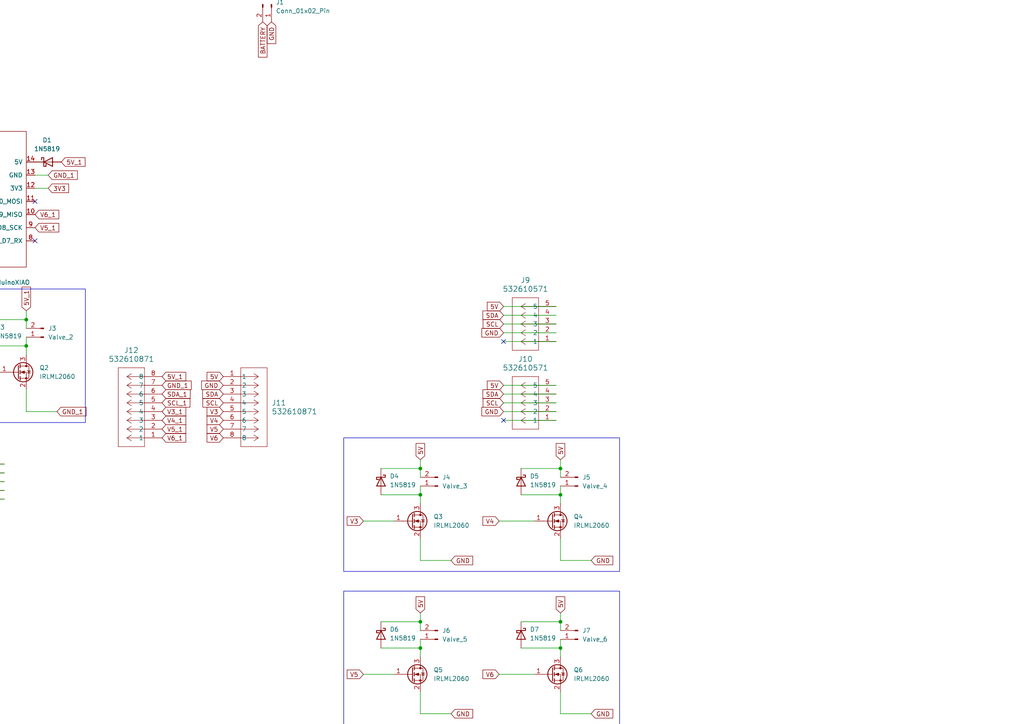
<source format=kicad_sch>
(kicad_sch (version 20250114) (generator "eeschema") (generator_version "9.0")
  (paper "A4")
  (lib_symbols
    (symbol "Connector:532610871" (pin_names (offset 0.254))
      (property "Reference" "J" (at 8.89 6.35 0))
      (property "Value" "532610871" (at 0 0 0))
      (symbol "532610871_1_1"
        (polyline (pts (xy 5.08 2.54) (xy 5.08 -20.32)) (stroke (width 0.127)))
        (polyline (pts (xy 5.08 -20.32) (xy 12.7 -20.32)) (stroke (width 0.127)))
        (polyline (pts (xy 10.16 0) (xy 5.08 0)) (stroke (width 0.127)))
        (polyline (pts (xy 10.16 0) (xy 8.89 0.8467)) (stroke (width 0.127)))
        (polyline (pts (xy 10.16 0) (xy 8.89 -0.8467)) (stroke (width 0.127)))
        (polyline (pts (xy 10.16 -2.54) (xy 5.08 -2.54)) (stroke (width 0.127)))
        (polyline (pts (xy 10.16 -2.54) (xy 8.89 -1.6933)) (stroke (width 0.127)))
        (polyline (pts (xy 10.16 -2.54) (xy 8.89 -3.3867)) (stroke (width 0.127)))
        (polyline (pts (xy 10.16 -5.08) (xy 5.08 -5.08)) (stroke (width 0.127)))
        (polyline (pts (xy 10.16 -5.08) (xy 8.89 -4.2333)) (stroke (width 0.127)))
        (polyline (pts (xy 10.16 -5.08) (xy 8.89 -5.9267)) (stroke (width 0.127)))
        (polyline (pts (xy 10.16 -7.62) (xy 5.08 -7.62)) (stroke (width 0.127)))
        (polyline (pts (xy 10.16 -7.62) (xy 8.89 -6.7733)) (stroke (width 0.127)))
        (polyline (pts (xy 10.16 -7.62) (xy 8.89 -8.4667)) (stroke (width 0.127)))
        (polyline (pts (xy 10.16 -10.16) (xy 5.08 -10.16)) (stroke (width 0.127)))
        (polyline (pts (xy 10.16 -10.16) (xy 8.89 -9.3133)) (stroke (width 0.127)))
        (polyline (pts (xy 10.16 -10.16) (xy 8.89 -11.0067)) (stroke (width 0.127)))
        (polyline (pts (xy 10.16 -12.7) (xy 5.08 -12.7)) (stroke (width 0.127)))
        (polyline (pts (xy 10.16 -12.7) (xy 8.89 -11.8533)) (stroke (width 0.127)))
        (polyline (pts (xy 10.16 -12.7) (xy 8.89 -13.5467)) (stroke (width 0.127)))
        (polyline (pts (xy 10.16 -15.24) (xy 5.08 -15.24)) (stroke (width 0.127)))
        (polyline (pts (xy 10.16 -15.24) (xy 8.89 -14.3933)) (stroke (width 0.127)))
        (polyline (pts (xy 10.16 -15.24) (xy 8.89 -16.0867)) (stroke (width 0.127)))
        (polyline (pts (xy 10.16 -17.78) (xy 5.08 -17.78)) (stroke (width 0.127)))
        (polyline (pts (xy 10.16 -17.78) (xy 8.89 -16.9333)) (stroke (width 0.127)))
        (polyline (pts (xy 10.16 -17.78) (xy 8.89 -18.6267)) (stroke (width 0.127)))
        (polyline (pts (xy 12.7 2.54) (xy 5.08 2.54)) (stroke (width 0.127)))
        (polyline (pts (xy 12.7 -20.32) (xy 12.7 2.54)) (stroke (width 0.127)))
        (pin unspecified line (at 0 0 0) (length 5.08) (name "1") (number "1"))
        (pin unspecified line (at 0 -2.54 0) (length 5.08) (name "2") (number "2"))
        (pin unspecified line (at 0 -5.08 0) (length 5.08) (name "3") (number "3"))
        (pin unspecified line (at 0 -7.62 0) (length 5.08) (name "4") (number "4"))
        (pin unspecified line (at 0 -10.16 0) (length 5.08) (name "5") (number "5"))
        (pin unspecified line (at 0 -12.7 0) (length 5.08) (name "6") (number "6"))
        (pin unspecified line (at 0 -15.24 0) (length 5.08) (name "7") (number "7"))
        (pin unspecified line (at 0 -17.78 0) (length 5.08) (name "8") (number "8"))
      )
      (symbol "532610871_1_2"
        (polyline (pts (xy 5.08 2.54) (xy 5.08 -20.32)) (stroke (width 0.127)))
        (polyline (pts (xy 5.08 -20.32) (xy 12.7 -20.32)) (stroke (width 0.127)))
        (polyline (pts (xy 7.62 0) (xy 5.08 0)) (stroke (width 0.127)))
        (polyline (pts (xy 7.62 0) (xy 8.89 0.8467)) (stroke (width 0.127)))
        (polyline (pts (xy 7.62 0) (xy 8.89 -0.8467)) (stroke (width 0.127)))
        (polyline (pts (xy 7.62 -2.54) (xy 5.08 -2.54)) (stroke (width 0.127)))
        (polyline (pts (xy 7.62 -2.54) (xy 8.89 -1.6933)) (stroke (width 0.127)))
        (polyline (pts (xy 7.62 -2.54) (xy 8.89 -3.3867)) (stroke (width 0.127)))
        (polyline (pts (xy 7.62 -5.08) (xy 5.08 -5.08)) (stroke (width 0.127)))
        (polyline (pts (xy 7.62 -5.08) (xy 8.89 -4.2333)) (stroke (width 0.127)))
        (polyline (pts (xy 7.62 -5.08) (xy 8.89 -5.9267)) (stroke (width 0.127)))
        (polyline (pts (xy 7.62 -7.62) (xy 5.08 -7.62)) (stroke (width 0.127)))
        (polyline (pts (xy 7.62 -7.62) (xy 8.89 -6.7733)) (stroke (width 0.127)))
        (polyline (pts (xy 7.62 -7.62) (xy 8.89 -8.4667)) (stroke (width 0.127)))
        (polyline (pts (xy 7.62 -10.16) (xy 5.08 -10.16)) (stroke (width 0.127)))
        (polyline (pts (xy 7.62 -10.16) (xy 8.89 -9.3133)) (stroke (width 0.127)))
        (polyline (pts (xy 7.62 -10.16) (xy 8.89 -11.0067)) (stroke (width 0.127)))
        (polyline (pts (xy 7.62 -12.7) (xy 5.08 -12.7)) (stroke (width 0.127)))
        (polyline (pts (xy 7.62 -12.7) (xy 8.89 -11.8533)) (stroke (width 0.127)))
        (polyline (pts (xy 7.62 -12.7) (xy 8.89 -13.5467)) (stroke (width 0.127)))
        (polyline (pts (xy 7.62 -15.24) (xy 5.08 -15.24)) (stroke (width 0.127)))
        (polyline (pts (xy 7.62 -15.24) (xy 8.89 -14.3933)) (stroke (width 0.127)))
        (polyline (pts (xy 7.62 -15.24) (xy 8.89 -16.0867)) (stroke (width 0.127)))
        (polyline (pts (xy 7.62 -17.78) (xy 5.08 -17.78)) (stroke (width 0.127)))
        (polyline (pts (xy 7.62 -17.78) (xy 8.89 -16.9333)) (stroke (width 0.127)))
        (polyline (pts (xy 7.62 -17.78) (xy 8.89 -18.6267)) (stroke (width 0.127)))
        (polyline (pts (xy 12.7 2.54) (xy 5.08 2.54)) (stroke (width 0.127)))
        (polyline (pts (xy 12.7 -20.32) (xy 12.7 2.54)) (stroke (width 0.127)))
        (pin unspecified line (at 0 0 0) (length 5.08) (name "1") (number "1"))
        (pin unspecified line (at 0 -2.54 0) (length 5.08) (name "2") (number "2"))
        (pin unspecified line (at 0 -5.08 0) (length 5.08) (name "3") (number "3"))
        (pin unspecified line (at 0 -7.62 0) (length 5.08) (name "4") (number "4"))
        (pin unspecified line (at 0 -10.16 0) (length 5.08) (name "5") (number "5"))
        (pin unspecified line (at 0 -12.7 0) (length 5.08) (name "6") (number "6"))
        (pin unspecified line (at 0 -15.24 0) (length 5.08) (name "7") (number "7"))
        (pin unspecified line (at 0 -17.78 0) (length 5.08) (name "8") (number "8"))
      )
    )
    (symbol "Connector:Conn_01x02_Pin" (pin_names (offset 1.016) (hide yes))
      (property "Reference" "J" (at 0 2.54 0))
      (property "Value" "Conn_01x02_Pin" (at 0 -5.08 0))
      (symbol "Conn_01x02_Pin_1_1"
        (rectangle (start 0.8636 0.127) (end 0 -0.127) (stroke (width 0.1524)) (fill (type outline)))
        (rectangle (start 0.8636 -2.413) (end 0 -2.667) (stroke (width 0.1524)) (fill (type outline)))
        (polyline (pts (xy 1.27 0) (xy 0.8636 0)) (stroke (width 0.1524)))
        (polyline (pts (xy 1.27 -2.54) (xy 0.8636 -2.54)) (stroke (width 0.1524)))
        (pin passive line (at 5.08 0 180) (length 3.81) (name "Pin_1") (number "1"))
        (pin passive line (at 5.08 -2.54 180) (length 3.81) (name "Pin_2") (number "2"))
      )
    )
    (symbol "Device:R" (pin_numbers (hide yes)) (pin_names (offset 0))
      (property "Reference" "R" (at 2.032 0 90))
      (property "Value" "R" (at 0 0 90))
      (symbol "R_0_1"
        (rectangle (start -1.016 -2.54) (end 1.016 2.54) (stroke (width 0.254)))
      )
      (symbol "R_1_1"
        (pin passive line (at 0 3.81 270) (length 1.27) (name "~") (number "1"))
        (pin passive line (at 0 -3.81 90) (length 1.27) (name "~") (number "2"))
      )
    )
    (symbol "Diode:1N5819" (pin_numbers (hide yes)) (pin_names (offset 1.016) (hide yes))
      (property "Reference" "D" (at 0 2.54 0))
      (property "Value" "1N5819" (at 0 -2.54 0))
      (symbol "1N5819_0_1"
        (polyline (pts (xy -1.905 0.635) (xy -1.905 1.27) (xy -1.27 1.27) (xy -1.27 -1.27) (xy -0.635 -1.27) (xy -0.635 -0.635)) (stroke (width 0.254)))
        (polyline (pts (xy 1.27 1.27) (xy 1.27 -1.27) (xy -1.27 0) (xy 1.27 1.27)) (stroke (width 0.254)))
        (polyline (pts (xy 1.27 0) (xy -1.27 0)))
      )
      (symbol "1N5819_1_1"
        (pin passive line (at -3.81 0 0) (length 2.54) (name "K") (number "1"))
        (pin passive line (at 3.81 0 180) (length 2.54) (name "A") (number "2"))
      )
    )
    (symbol "Driver_Haptic:532610571" (pin_names (offset 0.254))
      (property "Reference" "J" (at 8.89 6.35 0))
      (property "Value" "532610571" (at 0 0 0))
      (symbol "532610571_1_1"
        (polyline (pts (xy 5.08 2.54) (xy 5.08 -12.7)) (stroke (width 0.127)))
        (polyline (pts (xy 5.08 -12.7) (xy 12.7 -12.7)) (stroke (width 0.127)))
        (polyline (pts (xy 10.16 0) (xy 5.08 0)) (stroke (width 0.127)))
        (polyline (pts (xy 10.16 0) (xy 8.89 0.8467)) (stroke (width 0.127)))
        (polyline (pts (xy 10.16 0) (xy 8.89 -0.8467)) (stroke (width 0.127)))
        (polyline (pts (xy 10.16 -2.54) (xy 5.08 -2.54)) (stroke (width 0.127)))
        (polyline (pts (xy 10.16 -2.54) (xy 8.89 -1.6933)) (stroke (width 0.127)))
        (polyline (pts (xy 10.16 -2.54) (xy 8.89 -3.3867)) (stroke (width 0.127)))
        (polyline (pts (xy 10.16 -5.08) (xy 5.08 -5.08)) (stroke (width 0.127)))
        (polyline (pts (xy 10.16 -5.08) (xy 8.89 -4.2333)) (stroke (width 0.127)))
        (polyline (pts (xy 10.16 -5.08) (xy 8.89 -5.9267)) (stroke (width 0.127)))
        (polyline (pts (xy 10.16 -7.62) (xy 5.08 -7.62)) (stroke (width 0.127)))
        (polyline (pts (xy 10.16 -7.62) (xy 8.89 -6.7733)) (stroke (width 0.127)))
        (polyline (pts (xy 10.16 -7.62) (xy 8.89 -8.4667)) (stroke (width 0.127)))
        (polyline (pts (xy 10.16 -10.16) (xy 5.08 -10.16)) (stroke (width 0.127)))
        (polyline (pts (xy 10.16 -10.16) (xy 8.89 -9.3133)) (stroke (width 0.127)))
        (polyline (pts (xy 10.16 -10.16) (xy 8.89 -11.0067)) (stroke (width 0.127)))
        (polyline (pts (xy 12.7 2.54) (xy 5.08 2.54)) (stroke (width 0.127)))
        (polyline (pts (xy 12.7 -12.7) (xy 12.7 2.54)) (stroke (width 0.127)))
        (pin unspecified line (at 0 0 0) (length 5.08) (name "1") (number "1"))
        (pin unspecified line (at 0 -2.54 0) (length 5.08) (name "2") (number "2"))
        (pin unspecified line (at 0 -5.08 0) (length 5.08) (name "3") (number "3"))
        (pin unspecified line (at 0 -7.62 0) (length 5.08) (name "4") (number "4"))
        (pin unspecified line (at 0 -10.16 0) (length 5.08) (name "5") (number "5"))
      )
      (symbol "532610571_1_2"
        (polyline (pts (xy 5.08 2.54) (xy 5.08 -12.7)) (stroke (width 0.127)))
        (polyline (pts (xy 5.08 -12.7) (xy 12.7 -12.7)) (stroke (width 0.127)))
        (polyline (pts (xy 7.62 0) (xy 5.08 0)) (stroke (width 0.127)))
        (polyline (pts (xy 7.62 0) (xy 8.89 0.8467)) (stroke (width 0.127)))
        (polyline (pts (xy 7.62 0) (xy 8.89 -0.8467)) (stroke (width 0.127)))
        (polyline (pts (xy 7.62 -2.54) (xy 5.08 -2.54)) (stroke (width 0.127)))
        (polyline (pts (xy 7.62 -2.54) (xy 8.89 -1.6933)) (stroke (width 0.127)))
        (polyline (pts (xy 7.62 -2.54) (xy 8.89 -3.3867)) (stroke (width 0.127)))
        (polyline (pts (xy 7.62 -5.08) (xy 5.08 -5.08)) (stroke (width 0.127)))
        (polyline (pts (xy 7.62 -5.08) (xy 8.89 -4.2333)) (stroke (width 0.127)))
        (polyline (pts (xy 7.62 -5.08) (xy 8.89 -5.9267)) (stroke (width 0.127)))
        (polyline (pts (xy 7.62 -7.62) (xy 5.08 -7.62)) (stroke (width 0.127)))
        (polyline (pts (xy 7.62 -7.62) (xy 8.89 -6.7733)) (stroke (width 0.127)))
        (polyline (pts (xy 7.62 -7.62) (xy 8.89 -8.4667)) (stroke (width 0.127)))
        (polyline (pts (xy 7.62 -10.16) (xy 5.08 -10.16)) (stroke (width 0.127)))
        (polyline (pts (xy 7.62 -10.16) (xy 8.89 -9.3133)) (stroke (width 0.127)))
        (polyline (pts (xy 7.62 -10.16) (xy 8.89 -11.0067)) (stroke (width 0.127)))
        (polyline (pts (xy 12.7 2.54) (xy 5.08 2.54)) (stroke (width 0.127)))
        (polyline (pts (xy 12.7 -12.7) (xy 12.7 2.54)) (stroke (width 0.127)))
        (pin unspecified line (at 0 0 0) (length 5.08) (name "1") (number "1"))
        (pin unspecified line (at 0 -2.54 0) (length 5.08) (name "2") (number "2"))
        (pin unspecified line (at 0 -5.08 0) (length 5.08) (name "3") (number "3"))
        (pin unspecified line (at 0 -7.62 0) (length 5.08) (name "4") (number "4"))
        (pin unspecified line (at 0 -10.16 0) (length 5.08) (name "5") (number "5"))
      )
    )
    (symbol "Transistor_FET:IRLML2060" (pin_names (hide yes))
      (property "Reference" "Q" (at 5.08 1.905 0))
      (property "Value" "IRLML2060" (at 5.08 0 0))
      (symbol "IRLML2060_0_1"
        (polyline (pts (xy 0.254 1.905) (xy 0.254 -1.905)) (stroke (width 0.254)))
        (polyline (pts (xy 0.254 0) (xy -2.54 0)))
        (polyline (pts (xy 0.762 2.286) (xy 0.762 1.27)) (stroke (width 0.254)))
        (polyline (pts (xy 0.762 0.508) (xy 0.762 -0.508)) (stroke (width 0.254)))
        (polyline (pts (xy 0.762 -1.27) (xy 0.762 -2.286)) (stroke (width 0.254)))
        (polyline (pts (xy 0.762 -1.778) (xy 3.302 -1.778) (xy 3.302 1.778) (xy 0.762 1.778)))
        (polyline (pts (xy 1.016 0) (xy 2.032 0.381) (xy 2.032 -0.381) (xy 1.016 0)) (fill (type outline)))
        (circle (center 1.651 0) (radius 2.794) (stroke (width 0.254)))
        (polyline (pts (xy 2.54 2.54) (xy 2.54 1.778)))
        (circle (center 2.54 1.778) (radius 0.254) (fill (type outline)))
        (circle (center 2.54 -1.778) (radius 0.254) (fill (type outline)))
        (polyline (pts (xy 2.54 -2.54) (xy 2.54 0) (xy 0.762 0)))
        (polyline (pts (xy 2.794 0.508) (xy 2.921 0.381) (xy 3.683 0.381) (xy 3.81 0.254)))
        (polyline (pts (xy 3.302 0.381) (xy 2.921 -0.254) (xy 3.683 -0.254) (xy 3.302 0.381)))
      )
      (symbol "IRLML2060_1_1"
        (pin input line (at -5.08 0 0) (length 2.54) (name "G") (number "1"))
        (pin passive line (at 2.54 5.08 270) (length 2.54) (name "D") (number "3"))
        (pin passive line (at 2.54 -5.08 90) (length 2.54) (name "S") (number "2"))
      )
    )
    (symbol "Xiao:SeeeduinoXIAO" (pin_names (offset 1.016))
      (property "Reference" "U" (at -19.05 22.86 0))
      (property "Value" "SeeeduinoXIAO" (at -12.7 21.59 0))
      (symbol "SeeeduinoXIAO_0_1"
        (rectangle (start -19.05 20.32) (end 17.78 -19.05))
      )
      (symbol "SeeeduinoXIAO_1_1"
        (pin unspecified line (at -21.59 11.43 0) (length 2.54) (name "PA02_A0_D0") (number "1"))
        (pin unspecified line (at -21.59 7.62 0) (length 2.54) (name "PA4_A1_D1") (number "2"))
        (pin unspecified line (at -21.59 3.81 0) (length 2.54) (name "PA10_A2_D2") (number "3"))
        (pin unspecified line (at -21.59 0 0) (length 2.54) (name "PA11_A3_D3") (number "4"))
        (pin unspecified line (at -21.59 -3.81 0) (length 2.54) (name "PA8_A4_D4_SDA") (number "5"))
        (pin unspecified line (at -21.59 -7.62 0) (length 2.54) (name "PA9_A5_D5_SCL") (number "6"))
        (pin unspecified line (at -21.59 -11.43 0) (length 2.54) (name "PB08_A6_D6_TX") (number "7"))
        (pin input line (at -5.08 22.86 270) (length 2.54) (name "PA31_SWDIO") (number "17"))
        (pin input line (at -2.54 -21.59 90) (length 2.54) (name "5V") (number "15"))
        (pin input line (at -1.27 22.86 270) (length 2.54) (name "PA30_SWCLK") (number "18"))
        (pin input line (at 2.54 22.86 270) (length 2.54) (name "RESET") (number "19"))
        (pin input line (at 2.54 -21.59 90) (length 2.54) (name "GND") (number "16"))
        (pin input line (at 6.35 22.86 270) (length 2.54) (name "GND") (number "20"))
        (pin unspecified line (at 20.32 11.43 180) (length 2.54) (name "5V") (number "14"))
        (pin unspecified line (at 20.32 7.62 180) (length 2.54) (name "GND") (number "13"))
        (pin unspecified line (at 20.32 3.81 180) (length 2.54) (name "3V3") (number "12"))
        (pin unspecified line (at 20.32 0 180) (length 2.54) (name "PA6_A10_D10_MOSI") (number "11"))
        (pin unspecified line (at 20.32 -3.81 180) (length 2.54) (name "PA5_A9_D9_MISO") (number "10"))
        (pin unspecified line (at 20.32 -7.62 180) (length 2.54) (name "PA7_A8_D8_SCK") (number "9"))
        (pin unspecified line (at 20.32 -11.43 180) (length 2.54) (name "PB09_A7_D7_RX") (number "8"))
      )
    )
  )
  (rectangle (start -55.245 83.82) (end 24.765 122.555))
  (rectangle (start 99.695 127) (end 179.705 165.735))
  (rectangle (start 99.695 171.45) (end 179.705 210.185))
  (junction (at -39.37 66.04))
  (junction (at 121.92 187.96))
  (junction (at 121.92 135.89))
  (junction (at 162.56 143.51))
  (junction (at 162.56 135.89))
  (junction (at 121.92 180.34))
  (junction (at 7.62 92.71))
  (junction (at 121.92 143.51))
  (junction (at -33.02 100.33))
  (junction (at -33.02 92.71))
  (junction (at 7.62 100.33))
  (junction (at 162.56 187.96))
  (junction (at -46.99 62.23))
  (junction (at 162.56 180.34))
  (no_connect (at -12.7 80.01))
  (no_connect (at -31.75 69.85))
  (no_connect (at -11.43 35.56))
  (no_connect (at 146.05 99.06))
  (no_connect (at 10.16 69.85))
  (no_connect (at 146.05 121.92))
  (no_connect (at -15.24 35.56))
  (no_connect (at -13.97 144.78))
  (no_connect (at -7.62 35.56))
  (no_connect (at -3.81 35.56))
  (no_connect (at 10.16 58.42))
  (no_connect (at -7.62 80.01))
  (wire (pts (xy 7.62 113.03) (xy 7.62 119.38)))
  (wire (pts (xy 105.41 151.13) (xy 114.3 151.13)))
  (wire (pts (xy -33.02 100.33) (xy -33.02 102.87)))
  (wire (pts (xy 105.41 195.58) (xy 114.3 195.58)))
  (wire (pts (xy 162.56 133.35) (xy 162.56 135.89)))
  (wire (pts (xy 162.56 177.8) (xy 162.56 180.34)))
  (wire (pts (xy 161.29 88.9) (xy 146.05 88.9)))
  (wire (pts (xy 121.92 140.97) (xy 121.92 143.51)))
  (wire (pts (xy 121.92 187.96) (xy 121.92 190.5)))
  (wire (pts (xy 13.97 50.8) (xy 10.16 50.8)))
  (wire (pts (xy -49.53 107.95) (xy -40.64 107.95)))
  (wire (pts (xy 121.92 156.21) (xy 121.92 162.56)))
  (wire (pts (xy 110.49 187.96) (xy 121.92 187.96)))
  (wire (pts (xy 110.49 180.34) (xy 121.92 180.34)))
  (wire (pts (xy -33.02 113.03) (xy -33.02 119.38)))
  (wire (pts (xy 161.29 99.06) (xy 146.05 99.06)))
  (wire (pts (xy 162.56 180.34) (xy 162.56 182.88)))
  (wire (pts (xy 162.56 187.96) (xy 162.56 190.5)))
  (wire (pts (xy 1.27 139.7) (xy -13.97 139.7)))
  (wire (pts (xy 13.97 54.61) (xy 10.16 54.61)))
  (wire (pts (xy -10.16 107.95) (xy 0 107.95)))
  (wire (pts (xy 161.29 114.3) (xy 146.05 114.3)))
  (wire (pts (xy 121.92 185.42) (xy 121.92 187.96)))
  (wire (pts (xy 121.92 133.35) (xy 121.92 135.89)))
  (wire (pts (xy 1.27 144.78) (xy -13.97 144.78)))
  (wire (pts (xy 161.29 121.92) (xy 146.05 121.92)))
  (wire (pts (xy -3.81 92.71) (xy 7.62 92.71)))
  (wire (pts (xy 162.56 200.66) (xy 162.56 207.01)))
  (wire (pts (xy 162.56 135.89) (xy 162.56 138.43)))
  (wire (pts (xy 121.92 207.01) (xy 130.81 207.01)))
  (wire (pts (xy 151.13 143.51) (xy 162.56 143.51)))
  (wire (pts (xy 7.62 100.33) (xy 7.62 102.87)))
  (wire (pts (xy 7.62 90.17) (xy 7.62 92.71)))
  (wire (pts (xy -33.02 92.71) (xy -33.02 95.25)))
  (wire (pts (xy 121.92 162.56) (xy 130.81 162.56)))
  (wire (pts (xy 161.29 119.38) (xy 146.05 119.38)))
  (wire (pts (xy 7.62 97.79) (xy 7.62 100.33)))
  (wire (pts (xy 1.27 137.16) (xy -13.97 137.16)))
  (wire (pts (xy -44.45 100.33) (xy -33.02 100.33)))
  (wire (pts (xy -33.02 97.79) (xy -33.02 100.33)))
  (wire (pts (xy -49.53 62.23) (xy -46.99 62.23)))
  (wire (pts (xy 161.29 96.52) (xy 146.05 96.52)))
  (wire (pts (xy 162.56 140.97) (xy 162.56 143.51)))
  (wire (pts (xy -46.99 62.23) (xy -31.75 62.23)))
  (wire (pts (xy -33.02 90.17) (xy -33.02 92.71)))
  (wire (pts (xy 161.29 111.76) (xy 146.05 111.76)))
  (wire (pts (xy 121.92 200.66) (xy 121.92 207.01)))
  (wire (pts (xy 110.49 143.51) (xy 121.92 143.51)))
  (wire (pts (xy 144.78 195.58) (xy 154.94 195.58)))
  (wire (pts (xy 144.78 151.13) (xy 154.94 151.13)))
  (wire (pts (xy 162.56 185.42) (xy 162.56 187.96)))
  (wire (pts (xy 161.29 91.44) (xy 146.05 91.44)))
  (wire (pts (xy 7.62 92.71) (xy 7.62 95.25)))
  (wire (pts (xy -33.02 119.38) (xy -24.13 119.38)))
  (wire (pts (xy 162.56 156.21) (xy 162.56 162.56)))
  (wire (pts (xy 151.13 180.34) (xy 162.56 180.34)))
  (wire (pts (xy -3.81 100.33) (xy 7.62 100.33)))
  (wire (pts (xy -49.53 66.04) (xy -39.37 66.04)))
  (wire (pts (xy 161.29 93.98) (xy 146.05 93.98)))
  (wire (pts (xy 151.13 135.89) (xy 162.56 135.89)))
  (wire (pts (xy 121.92 180.34) (xy 121.92 182.88)))
  (wire (pts (xy 162.56 143.51) (xy 162.56 146.05)))
  (wire (pts (xy 1.27 142.24) (xy -13.97 142.24)))
  (wire (pts (xy 1.27 134.62) (xy -13.97 134.62)))
  (wire (pts (xy 121.92 177.8) (xy 121.92 180.34)))
  (wire (pts (xy 161.29 116.84) (xy 146.05 116.84)))
  (wire (pts (xy 162.56 162.56) (xy 171.45 162.56)))
  (wire (pts (xy 121.92 135.89) (xy 121.92 138.43)))
  (wire (pts (xy 121.92 143.51) (xy 121.92 146.05)))
  (wire (pts (xy 151.13 187.96) (xy 162.56 187.96)))
  (wire (pts (xy -39.37 66.04) (xy -31.75 66.04)))
  (wire (pts (xy 110.49 135.89) (xy 121.92 135.89)))
  (wire (pts (xy -44.45 92.71) (xy -33.02 92.71)))
  (wire (pts (xy 162.56 207.01) (xy 171.45 207.01)))
  (wire (pts (xy 7.62 119.38) (xy 16.51 119.38)))
  (global_label "GND" (shape input) (at 64.77 111.76 180) (property "Intersheetrefs" "${INTERSHEET_REFS}" (effects (hide yes))))
  (global_label "GND" (shape input) (at 130.81 162.56 0) (property "Intersheetrefs" "${INTERSHEET_REFS}" (effects (hide yes))))
  (global_label "V4_1" (shape input) (at 46.99 121.92 0) (property "Intersheetrefs" "${INTERSHEET_REFS}" (effects (hide yes))))
  (global_label "V6" (shape input) (at 144.78 195.58 180) (property "Intersheetrefs" "${INTERSHEET_REFS}" (effects (hide yes))))
  (global_label "3V3" (shape input) (at 13.97 54.61 0) (property "Intersheetrefs" "${INTERSHEET_REFS}" (effects (hide yes))))
  (global_label "SCL_1" (shape input) (at -49.53 66.04 180) (property "Intersheetrefs" "${INTERSHEET_REFS}" (effects (hide yes))))
  (global_label "V4" (shape input) (at 64.77 121.92 180) (property "Intersheetrefs" "${INTERSHEET_REFS}" (effects (hide yes))))
  (global_label "5V" (shape input) (at 64.77 109.22 180) (property "Intersheetrefs" "${INTERSHEET_REFS}" (effects (hide yes))))
  (global_label "5V" (shape input) (at 121.92 177.8 90) (property "Intersheetrefs" "${INTERSHEET_REFS}" (effects (hide yes))))
  (global_label "V6" (shape input) (at 64.77 127 180) (property "Intersheetrefs" "${INTERSHEET_REFS}" (effects (hide yes))))
  (global_label "SCL" (shape input) (at 146.05 116.84 180) (property "Intersheetrefs" "${INTERSHEET_REFS}" (effects (hide yes))))
  (global_label "GND" (shape input) (at 171.45 162.56 0) (property "Intersheetrefs" "${INTERSHEET_REFS}" (effects (hide yes))))
  (global_label "V3" (shape input) (at 105.41 151.13 180) (property "Intersheetrefs" "${INTERSHEET_REFS}" (effects (hide yes))))
  (global_label "V1" (shape input) (at -49.53 107.95 180) (property "Intersheetrefs" "${INTERSHEET_REFS}" (effects (hide yes))))
  (global_label "SCL" (shape input) (at 146.05 93.98 180) (property "Intersheetrefs" "${INTERSHEET_REFS}" (effects (hide yes))))
  (global_label "V5_1" (shape input) (at 10.16 66.04 0) (property "Intersheetrefs" "${INTERSHEET_REFS}" (effects (hide yes))))
  (global_label "GND_1" (shape input) (at 46.99 111.76 0) (property "Intersheetrefs" "${INTERSHEET_REFS}" (effects (hide yes))))
  (global_label "GND" (shape input) (at 130.81 207.01 0) (property "Intersheetrefs" "${INTERSHEET_REFS}" (effects (hide yes))))
  (global_label "5V_1" (shape input) (at -13.97 134.62 180) (property "Intersheetrefs" "${INTERSHEET_REFS}" (effects (hide yes))))
  (global_label "GND" (shape input) (at 78.74 6.35 270) (property "Intersheetrefs" "${INTERSHEET_REFS}" (effects (hide yes))))
  (global_label "GND_1" (shape input) (at 13.97 50.8 0) (property "Intersheetrefs" "${INTERSHEET_REFS}" (effects (hide yes))))
  (global_label "V4" (shape input) (at 144.78 151.13 180) (property "Intersheetrefs" "${INTERSHEET_REFS}" (effects (hide yes))))
  (global_label "3V3" (shape input) (at -39.37 58.42 90) (property "Intersheetrefs" "${INTERSHEET_REFS}" (effects (hide yes))))
  (global_label "5V" (shape input) (at 162.56 133.35 90) (property "Intersheetrefs" "${INTERSHEET_REFS}" (effects (hide yes))))
  (global_label "V3" (shape input) (at 64.77 119.38 180) (property "Intersheetrefs" "${INTERSHEET_REFS}" (effects (hide yes))))
  (global_label "V5_1" (shape input) (at 46.99 124.46 0) (property "Intersheetrefs" "${INTERSHEET_REFS}" (effects (hide yes))))
  (global_label "SCL_1" (shape input) (at 46.99 116.84 0) (property "Intersheetrefs" "${INTERSHEET_REFS}" (effects (hide yes))))
  (global_label "5V_1" (shape input) (at 46.99 109.22 0) (property "Intersheetrefs" "${INTERSHEET_REFS}" (effects (hide yes))))
  (global_label "V5" (shape input) (at 105.41 195.58 180) (property "Intersheetrefs" "${INTERSHEET_REFS}" (effects (hide yes))))
  (global_label "5V_1" (shape input) (at 17.78 46.99 0) (property "Intersheetrefs" "${INTERSHEET_REFS}" (effects (hide yes))))
  (global_label "GND_1" (shape input) (at 16.51 119.38 0) (property "Intersheetrefs" "${INTERSHEET_REFS}" (effects (hide yes))))
  (global_label "SDA" (shape input) (at 146.05 91.44 180) (property "Intersheetrefs" "${INTERSHEET_REFS}" (effects (hide yes))))
  (global_label "GND" (shape input) (at 146.05 119.38 180) (property "Intersheetrefs" "${INTERSHEET_REFS}" (effects (hide yes))))
  (global_label "SDA_1" (shape input) (at 46.99 114.3 0) (property "Intersheetrefs" "${INTERSHEET_REFS}" (effects (hide yes))))
  (global_label "GND" (shape input) (at 171.45 207.01 0) (property "Intersheetrefs" "${INTERSHEET_REFS}" (effects (hide yes))))
  (global_label "5V" (shape input) (at 146.05 111.76 180) (property "Intersheetrefs" "${INTERSHEET_REFS}" (effects (hide yes))))
  (global_label "GND_1" (shape input) (at -24.13 119.38 0) (property "Intersheetrefs" "${INTERSHEET_REFS}" (effects (hide yes))))
  (global_label "V1" (shape input) (at -31.75 46.99 180) (property "Intersheetrefs" "${INTERSHEET_REFS}" (effects (hide yes))))
  (global_label "SCL" (shape input) (at 64.77 116.84 180) (property "Intersheetrefs" "${INTERSHEET_REFS}" (effects (hide yes))))
  (global_label "5V" (shape input) (at 121.92 133.35 90) (property "Intersheetrefs" "${INTERSHEET_REFS}" (effects (hide yes))))
  (global_label "GND" (shape input) (at 146.05 96.52 180) (property "Intersheetrefs" "${INTERSHEET_REFS}" (effects (hide yes))))
  (global_label "SDA" (shape input) (at 64.77 114.3 180) (property "Intersheetrefs" "${INTERSHEET_REFS}" (effects (hide yes))))
  (global_label "5V" (shape input) (at 162.56 177.8 90) (property "Intersheetrefs" "${INTERSHEET_REFS}" (effects (hide yes))))
  (global_label "V6_1" (shape input) (at 46.99 127 0) (property "Intersheetrefs" "${INTERSHEET_REFS}" (effects (hide yes))))
  (global_label "SDA" (shape input) (at 146.05 114.3 180) (property "Intersheetrefs" "${INTERSHEET_REFS}" (effects (hide yes))))
  (global_label "5V_1" (shape input) (at 7.62 90.17 90) (property "Intersheetrefs" "${INTERSHEET_REFS}" (effects (hide yes))))
  (global_label "SDA_1" (shape input) (at -49.53 62.23 180) (property "Intersheetrefs" "${INTERSHEET_REFS}" (effects (hide yes))))
  (global_label "V5" (shape input) (at 64.77 124.46 180) (property "Intersheetrefs" "${INTERSHEET_REFS}" (effects (hide yes))))
  (global_label "V3_1" (shape input) (at -31.75 54.61 180) (property "Intersheetrefs" "${INTERSHEET_REFS}" (effects (hide yes))))
  (global_label "GND_1" (shape input) (at -13.97 142.24 180) (property "Intersheetrefs" "${INTERSHEET_REFS}" (effects (hide yes))))
  (global_label "V6_1" (shape input) (at 10.16 62.23 0) (property "Intersheetrefs" "${INTERSHEET_REFS}" (effects (hide yes))))
  (global_label "V2" (shape input) (at -31.75 50.8 180) (property "Intersheetrefs" "${INTERSHEET_REFS}" (effects (hide yes))))
  (global_label "V3_1" (shape input) (at 46.99 119.38 0) (property "Intersheetrefs" "${INTERSHEET_REFS}" (effects (hide yes))))
  (global_label "V2" (shape input) (at -10.16 107.95 180) (property "Intersheetrefs" "${INTERSHEET_REFS}" (effects (hide yes))))
  (global_label "5V" (shape input) (at 146.05 88.9 180) (property "Intersheetrefs" "${INTERSHEET_REFS}" (effects (hide yes))))
  (global_label "BATTERY" (shape input) (at 76.2 6.35 270) (property "Intersheetrefs" "${INTERSHEET_REFS}" (effects (hide yes))))
  (global_label "SCL_1" (shape input) (at -13.97 139.7 180) (property "Intersheetrefs" "${INTERSHEET_REFS}" (effects (hide yes))))
  (global_label "5V_1" (shape input) (at -33.02 90.17 90) (property "Intersheetrefs" "${INTERSHEET_REFS}" (effects (hide yes))))
  (global_label "3V3" (shape input) (at -46.99 54.61 90) (property "Intersheetrefs" "${INTERSHEET_REFS}" (effects (hide yes))))
  (global_label "V4_1" (shape input) (at -31.75 58.42 180) (property "Intersheetrefs" "${INTERSHEET_REFS}" (effects (hide yes))))
  (global_label "SDA_1" (shape input) (at -13.97 137.16 180) (property "Intersheetrefs" "${INTERSHEET_REFS}" (effects (hide yes))))
  (symbol (lib_id "Transistor_FET:IRLML2060") (at 119.38 195.58 0) (unit 1)
    (property "Reference" "Q5" (at 125.73 194.31 0) (effects (justify left)))
    (property "Value" "IRLML2060" (at 125.73 196.85 0) (effects (justify left)))
    (property "Footprint" "Package_TO_SOT_SMD:SOT-23" (effects (hide yes)))
    (property "Datasheet" "https://www.infineon.com/dgdl/irlml2060pbf.pdf?fileId=5546d462533600a401535664b7fb25ee" (effects (hide yes)))
  )
  (symbol (lib_id "Xiao:SeeeduinoXIAO") (at -10.16 58.42 0) (unit 1)
    (property "Reference" "U2" (at -5.4259 79.375 0) (effects (justify left)))
    (property "Value" "SeeeduinoXIAO" (at -5.4259 81.915 0) (effects (justify left)))
    (property "Footprint" "XIAO-ESP32S3:XIAO-ESP32S3-SMD" (effects (hide yes)))
  )
  (symbol (lib_id "Connector:532610871") (at 46.99 127 180) (unit 1)
    (property "Reference" "J12" (at 38.1 101.6 0) (effects (font (size 1.524 1.524))))
    (property "Value" "532610871" (at 38.1 104.14 0) (effects (font (size 1.524 1.524))))
    (property "Footprint" "Pneumatactors:CONN08_533980871_MOL" (effects (hide yes)))
    (property "Datasheet" "532610871" (effects (hide yes)))
  )
  (symbol (lib_id "Transistor_FET:IRLML2060") (at -35.56 107.95 0) (unit 1)
    (property "Reference" "Q1" (at -29.21 106.68 0) (effects (justify left)))
    (property "Value" "IRLML2060" (at -29.21 109.22 0) (effects (justify left)))
    (property "Footprint" "Package_TO_SOT_SMD:SOT-23" (effects (hide yes)))
    (property "Datasheet" "https://www.infineon.com/dgdl/irlml2060pbf.pdf?fileId=5546d462533600a401535664b7fb25ee" (effects (hide yes)))
  )
  (symbol (lib_id "Driver_Haptic:532610571") (at 161.29 121.92 180) (unit 1)
    (property "Reference" "J10" (at 152.4 104.14 0) (effects (font (size 1.524 1.524))))
    (property "Value" "532610571" (at 152.4 106.68 0) (effects (font (size 1.524 1.524))))
    (property "Footprint" "Pneumatactors:CONN_532610001-SD_05_MOL" (effects (hide yes)))
    (property "Datasheet" "532610571" (effects (hide yes)))
  )
  (symbol (lib_id "Diode:1N5819") (at 110.49 139.7 270) (unit 1)
    (property "Reference" "D4" (at 113.03 138.1124 90) (effects (justify left)))
    (property "Value" "1N5819" (at 113.03 140.6524 90) (effects (justify left)))
    (property "Footprint" "Diode_SMD:D_SMA" (effects (hide yes)))
    (property "Datasheet" "http://www.vishay.com/docs/88525/1n5817.pdf" (effects (hide yes)))
    (property "Description" "40V 1A Schottky Barrier Rectifier Diode, DO-41" (effects (hide yes)))
    (property "Sim.Device" "D" (effects (hide yes)))
    (property "Sim.Pins" "1=K 2=A" (effects (hide yes)))
  )
  (symbol (lib_id "Driver_Haptic:532610571") (at 1.27 144.78 180) (unit 1)
    (property "Reference" "J8" (at -7.62 127 0) (effects (font (size 1.524 1.524))))
    (property "Value" "532610571" (at -7.62 129.54 0) (effects (font (size 1.524 1.524))))
    (property "Footprint" "Pneumatactors:CONN_532610001-SD_05_MOL" (effects (hide yes)))
    (property "Datasheet" "532610571" (effects (hide yes)))
  )
  (symbol (lib_id "Device:R") (at -39.37 62.23 180) (unit 1)
    (property "Reference" "R2" (at -36.83 60.9599 0) (effects (justify right)))
    (property "Value" "10k" (at -36.83 63.4999 0) (effects (justify right)))
    (property "Footprint" "Resistor_SMD:R_1206_3216Metric_Pad1.30x1.75mm_HandSolder" (effects (hide yes)))
    (property "Description" "Resistor" (effects (hide yes)))
  )
  (symbol (lib_id "Driver_Haptic:532610571") (at 161.29 99.06 180) (unit 1)
    (property "Reference" "J9" (at 152.4 81.28 0) (effects (font (size 1.524 1.524))))
    (property "Value" "532610571" (at 152.4 83.82 0) (effects (font (size 1.524 1.524))))
    (property "Footprint" "Pneumatactors:CONN_532610001-SD_05_MOL" (effects (hide yes)))
    (property "Datasheet" "532610571" (effects (hide yes)))
  )
  (symbol (lib_id "Connector:Conn_01x02_Pin") (at 127 185.42 180) (unit 1)
    (property "Reference" "J6" (at 128.27 182.8799 0) (effects (justify right)))
    (property "Value" "Valve_5" (at 128.27 185.4199 0) (effects (justify right)))
    (property "Footprint" "Pneumatactors:CONN02_533984002_MOL" (effects (hide yes)))
  )
  (symbol (lib_id "Diode:1N5819") (at -44.45 96.52 270) (unit 1)
    (property "Reference" "D2" (at -41.91 94.9324 90) (effects (justify left)))
    (property "Value" "1N5819" (at -41.91 97.4724 90) (effects (justify left)))
    (property "Footprint" "Diode_SMD:D_SMA" (effects (hide yes)))
    (property "Datasheet" "http://www.vishay.com/docs/88525/1n5817.pdf" (effects (hide yes)))
    (property "Description" "40V 1A Schottky Barrier Rectifier Diode, DO-41" (effects (hide yes)))
    (property "Sim.Device" "D" (effects (hide yes)))
    (property "Sim.Pins" "1=K 2=A" (effects (hide yes)))
  )
  (symbol (lib_id "Connector:Conn_01x02_Pin") (at 12.7 97.79 180) (unit 1)
    (property "Reference" "J3" (at 13.97 95.2499 0) (effects (justify right)))
    (property "Value" "Valve_2" (at 13.97 97.7899 0) (effects (justify right)))
    (property "Footprint" "Pneumatactors:CONN02_533984002_MOL" (effects (hide yes)))
  )
  (symbol (lib_id "Transistor_FET:IRLML2060") (at 5.08 107.95 0) (unit 1)
    (property "Reference" "Q2" (at 11.43 106.68 0) (effects (justify left)))
    (property "Value" "IRLML2060" (at 11.43 109.22 0) (effects (justify left)))
    (property "Footprint" "Package_TO_SOT_SMD:SOT-23" (effects (hide yes)))
    (property "Datasheet" "https://www.infineon.com/dgdl/irlml2060pbf.pdf?fileId=5546d462533600a401535664b7fb25ee" (effects (hide yes)))
  )
  (symbol (lib_id "Diode:1N5819") (at 13.97 46.99 0) (unit 1)
    (property "Reference" "D1" (at 13.6525 40.64 0))
    (property "Value" "1N5819" (at 13.6525 43.18 0))
    (property "Footprint" "Diode_SMD:D_SMA" (effects (hide yes)))
    (property "Datasheet" "http://www.vishay.com/docs/88525/1n5817.pdf" (effects (hide yes)))
    (property "Description" "40V 1A Schottky Barrier Rectifier Diode, DO-41" (effects (hide yes)))
    (property "Sim.Device" "D" (effects (hide yes)))
    (property "Sim.Pins" "1=K 2=A" (effects (hide yes)))
  )
  (symbol (lib_id "Diode:1N5819") (at -3.81 96.52 270) (unit 1)
    (property "Reference" "D3" (at -1.27 94.9324 90) (effects (justify left)))
    (property "Value" "1N5819" (at -1.27 97.4724 90) (effects (justify left)))
    (property "Footprint" "Diode_SMD:D_SMA" (effects (hide yes)))
    (property "Datasheet" "http://www.vishay.com/docs/88525/1n5817.pdf" (effects (hide yes)))
    (property "Description" "40V 1A Schottky Barrier Rectifier Diode, DO-41" (effects (hide yes)))
    (property "Sim.Device" "D" (effects (hide yes)))
    (property "Sim.Pins" "1=K 2=A" (effects (hide yes)))
  )
  (symbol (lib_id "Connector:Conn_01x02_Pin") (at 167.64 140.97 180) (unit 1)
    (property "Reference" "J5" (at 168.91 138.4299 0) (effects (justify right)))
    (property "Value" "Valve_4" (at 168.91 140.9699 0) (effects (justify right)))
    (property "Footprint" "Pneumatactors:CONN02_533984002_MOL" (effects (hide yes)))
  )
  (symbol (lib_id "Connector:Conn_01x02_Pin") (at 127 140.97 180) (unit 1)
    (property "Reference" "J4" (at 128.27 138.4299 0) (effects (justify right)))
    (property "Value" "Valve_3" (at 128.27 140.9699 0) (effects (justify right)))
    (property "Footprint" "Pneumatactors:CONN02_533984002_MOL" (effects (hide yes)))
  )
  (symbol (lib_id "Transistor_FET:IRLML2060") (at 119.38 151.13 0) (unit 1)
    (property "Reference" "Q3" (at 125.73 149.86 0) (effects (justify left)))
    (property "Value" "IRLML2060" (at 125.73 152.4 0) (effects (justify left)))
    (property "Footprint" "Package_TO_SOT_SMD:SOT-23" (effects (hide yes)))
    (property "Datasheet" "https://www.infineon.com/dgdl/irlml2060pbf.pdf?fileId=5546d462533600a401535664b7fb25ee" (effects (hide yes)))
  )
  (symbol (lib_id "Connector:Conn_01x02_Pin") (at 78.74 1.27 270) (unit 1)
    (property "Reference" "J1" (at 80.01 0.6349 90) (effects (justify left)))
    (property "Value" "Conn_01x02_Pin" (at 80.01 3.1749 90) (effects (justify left)))
    (property "Footprint" "Connector_PinHeader_2.54mm:PinHeader_1x02_P2.54mm_Vertical" (effects (hide yes)))
    (property "Description" "Generic connector, single row, 01x02, script generated" (effects (hide yes)))
  )
  (symbol (lib_id "Connector:Conn_01x02_Pin") (at 167.64 185.42 180) (unit 1)
    (property "Reference" "J7" (at 168.91 182.8799 0) (effects (justify right)))
    (property "Value" "Valve_6" (at 168.91 185.4199 0) (effects (justify right)))
    (property "Footprint" "Pneumatactors:CONN02_533984002_MOL" (effects (hide yes)))
  )
  (symbol (lib_id "Connector:532610871") (at 64.77 109.22 0) (unit 1)
    (property "Reference" "J11" (at 78.74 116.8399 0) (effects (font (size 1.524 1.524)) (justify left)))
    (property "Value" "532610871" (at 78.74 119.3799 0) (effects (font (size 1.524 1.524)) (justify left)))
    (property "Footprint" "Pneumatactors:CONN08_533980871_MOL" (effects (hide yes)))
    (property "Datasheet" "532610871" (effects (hide yes)))
  )
  (symbol (lib_id "Connector:Conn_01x02_Pin") (at -27.94 97.79 180) (unit 1)
    (property "Reference" "J2" (at -26.035 95.25 0) (effects (justify right)))
    (property "Value" "Valve_1" (at -26.035 97.79 0) (effects (justify right)))
    (property "Footprint" "Pneumatactors:CONN02_533984002_MOL" (effects (hide yes)))
  )
  (symbol (lib_id "Diode:1N5819") (at 151.13 139.7 270) (unit 1)
    (property "Reference" "D5" (at 153.67 138.1124 90) (effects (justify left)))
    (property "Value" "1N5819" (at 153.67 140.6524 90) (effects (justify left)))
    (property "Footprint" "Diode_SMD:D_SMA" (effects (hide yes)))
    (property "Datasheet" "http://www.vishay.com/docs/88525/1n5817.pdf" (effects (hide yes)))
    (property "Description" "40V 1A Schottky Barrier Rectifier Diode, DO-41" (effects (hide yes)))
    (property "Sim.Device" "D" (effects (hide yes)))
    (property "Sim.Pins" "1=K 2=A" (effects (hide yes)))
  )
  (symbol (lib_id "Transistor_FET:IRLML2060") (at 160.02 195.58 0) (unit 1)
    (property "Reference" "Q6" (at 166.37 194.31 0) (effects (justify left)))
    (property "Value" "IRLML2060" (at 166.37 196.85 0) (effects (justify left)))
    (property "Footprint" "Package_TO_SOT_SMD:SOT-23" (effects (hide yes)))
    (property "Datasheet" "https://www.infineon.com/dgdl/irlml2060pbf.pdf?fileId=5546d462533600a401535664b7fb25ee" (effects (hide yes)))
  )
  (symbol (lib_id "Transistor_FET:IRLML2060") (at 160.02 151.13 0) (unit 1)
    (property "Reference" "Q4" (at 166.37 149.86 0) (effects (justify left)))
    (property "Value" "IRLML2060" (at 166.37 152.4 0) (effects (justify left)))
    (property "Footprint" "Package_TO_SOT_SMD:SOT-23" (effects (hide yes)))
    (property "Datasheet" "https://www.infineon.com/dgdl/irlml2060pbf.pdf?fileId=5546d462533600a401535664b7fb25ee" (effects (hide yes)))
  )
  (symbol (lib_id "Diode:1N5819") (at 110.49 184.15 270) (unit 1)
    (property "Reference" "D6" (at 113.03 182.5624 90) (effects (justify left)))
    (property "Value" "1N5819" (at 113.03 185.1024 90) (effects (justify left)))
    (property "Footprint" "Diode_SMD:D_SMA" (effects (hide yes)))
    (property "Datasheet" "http://www.vishay.com/docs/88525/1n5817.pdf" (effects (hide yes)))
    (property "Description" "40V 1A Schottky Barrier Rectifier Diode, DO-41" (effects (hide yes)))
    (property "Sim.Device" "D" (effects (hide yes)))
    (property "Sim.Pins" "1=K 2=A" (effects (hide yes)))
  )
  (symbol (lib_id "Device:R") (at -46.99 58.42 180) (unit 1)
    (property "Reference" "R1" (at -44.45 57.1499 0) (effects (justify right)))
    (property "Value" "10k" (at -44.45 59.6899 0) (effects (justify right)))
    (property "Footprint" "Resistor_SMD:R_1206_3216Metric_Pad1.30x1.75mm_HandSolder" (effects (hide yes)))
    (property "Description" "Resistor" (effects (hide yes)))
  )
  (symbol (lib_id "Diode:1N5819") (at 151.13 184.15 270) (unit 1)
    (property "Reference" "D7" (at 153.67 182.5624 90) (effects (justify left)))
    (property "Value" "1N5819" (at 153.67 185.1024 90) (effects (justify left)))
    (property "Footprint" "Diode_SMD:D_SMA" (effects (hide yes)))
    (property "Datasheet" "http://www.vishay.com/docs/88525/1n5817.pdf" (effects (hide yes)))
    (property "Description" "40V 1A Schottky Barrier Rectifier Diode, DO-41" (effects (hide yes)))
    (property "Sim.Device" "D" (effects (hide yes)))
    (property "Sim.Pins" "1=K 2=A" (effects (hide yes)))
  )
)
</source>
